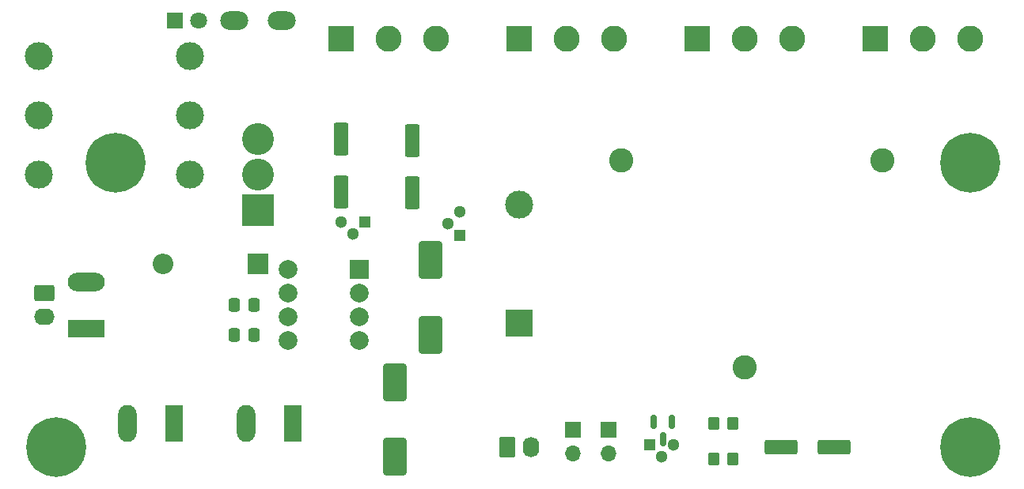
<source format=gbr>
%TF.GenerationSoftware,KiCad,Pcbnew,(6.0.0)*%
%TF.CreationDate,2023-02-02T14:05:37+00:00*%
%TF.ProjectId,GemToasterAmp,47656d54-6f61-4737-9465-72416d702e6b,rev?*%
%TF.SameCoordinates,Original*%
%TF.FileFunction,Soldermask,Bot*%
%TF.FilePolarity,Negative*%
%FSLAX46Y46*%
G04 Gerber Fmt 4.6, Leading zero omitted, Abs format (unit mm)*
G04 Created by KiCad (PCBNEW (6.0.0)) date 2023-02-02 14:05:37*
%MOMM*%
%LPD*%
G01*
G04 APERTURE LIST*
G04 Aperture macros list*
%AMRoundRect*
0 Rectangle with rounded corners*
0 $1 Rounding radius*
0 $2 $3 $4 $5 $6 $7 $8 $9 X,Y pos of 4 corners*
0 Add a 4 corners polygon primitive as box body*
4,1,4,$2,$3,$4,$5,$6,$7,$8,$9,$2,$3,0*
0 Add four circle primitives for the rounded corners*
1,1,$1+$1,$2,$3*
1,1,$1+$1,$4,$5*
1,1,$1+$1,$6,$7*
1,1,$1+$1,$8,$9*
0 Add four rect primitives between the rounded corners*
20,1,$1+$1,$2,$3,$4,$5,0*
20,1,$1+$1,$4,$5,$6,$7,0*
20,1,$1+$1,$6,$7,$8,$9,0*
20,1,$1+$1,$8,$9,$2,$3,0*%
G04 Aperture macros list end*
%ADD10R,1.998980X1.998980*%
%ADD11C,1.998980*%
%ADD12R,2.794000X2.794000*%
%ADD13C,2.794000*%
%ADD14R,1.300000X1.300000*%
%ADD15C,1.300000*%
%ADD16C,0.800000*%
%ADD17C,6.400000*%
%ADD18R,3.413760X3.413760*%
%ADD19C,3.413760*%
%ADD20O,3.000000X2.000000*%
%ADD21R,1.800000X1.800000*%
%ADD22C,1.800000*%
%ADD23RoundRect,0.250000X-0.620000X-0.845000X0.620000X-0.845000X0.620000X0.845000X-0.620000X0.845000X0*%
%ADD24O,1.740000X2.190000*%
%ADD25R,1.700000X1.700000*%
%ADD26O,1.700000X1.700000*%
%ADD27RoundRect,0.250000X-0.845000X0.620000X-0.845000X-0.620000X0.845000X-0.620000X0.845000X0.620000X0*%
%ADD28O,2.190000X1.740000*%
%ADD29R,3.960000X1.980000*%
%ADD30O,3.960000X1.980000*%
%ADD31RoundRect,0.250000X-0.337500X-0.475000X0.337500X-0.475000X0.337500X0.475000X-0.337500X0.475000X0*%
%ADD32RoundRect,0.250000X-0.350000X-0.450000X0.350000X-0.450000X0.350000X0.450000X-0.350000X0.450000X0*%
%ADD33RoundRect,0.250000X0.550000X-1.500000X0.550000X1.500000X-0.550000X1.500000X-0.550000X-1.500000X0*%
%ADD34RoundRect,0.250000X-1.500000X-0.550000X1.500000X-0.550000X1.500000X0.550000X-1.500000X0.550000X0*%
%ADD35R,1.980000X3.960000*%
%ADD36O,1.980000X3.960000*%
%ADD37RoundRect,0.150000X-0.150000X0.587500X-0.150000X-0.587500X0.150000X-0.587500X0.150000X0.587500X0*%
%ADD38RoundRect,0.250000X-1.000000X1.750000X-1.000000X-1.750000X1.000000X-1.750000X1.000000X1.750000X0*%
%ADD39R,2.200000X2.200000*%
%ADD40O,2.200000X2.200000*%
%ADD41C,2.600000*%
%ADD42R,3.000000X3.000000*%
%ADD43C,3.000000*%
%ADD44RoundRect,0.250000X0.337500X0.475000X-0.337500X0.475000X-0.337500X-0.475000X0.337500X-0.475000X0*%
G04 APERTURE END LIST*
D10*
%TO.C,U1*%
X149225000Y-67310000D03*
D11*
X149225000Y-69850000D03*
X149225000Y-72390000D03*
X149225000Y-74930000D03*
X141605000Y-74930000D03*
X141605000Y-72390000D03*
X141605000Y-69850000D03*
X141605000Y-67310000D03*
%TD*%
D12*
%TO.C,PT1*%
X166370000Y-42545000D03*
D13*
X171450000Y-42545000D03*
X176530000Y-42545000D03*
%TD*%
D12*
%TO.C,PT3*%
X185420000Y-42545000D03*
D13*
X190500000Y-42545000D03*
X195580000Y-42545000D03*
%TD*%
D12*
%TO.C,PT4*%
X204470000Y-42545000D03*
D13*
X209550000Y-42545000D03*
X214630000Y-42545000D03*
%TD*%
D12*
%TO.C,PT2*%
X147320000Y-42545000D03*
D13*
X152400000Y-42545000D03*
X157480000Y-42545000D03*
%TD*%
D14*
%TO.C,Q2*%
X160020000Y-63627000D03*
D15*
X158750000Y-62357000D03*
X160020000Y-61087000D03*
%TD*%
D16*
%TO.C,REF\u002A\u002A*%
X212230000Y-55880000D03*
X212932944Y-54182944D03*
X214630000Y-53480000D03*
X212932944Y-57577056D03*
D17*
X214630000Y-55880000D03*
D16*
X217030000Y-55880000D03*
X214630000Y-58280000D03*
X216327056Y-54182944D03*
X216327056Y-57577056D03*
%TD*%
%TO.C,REF\u002A\u002A*%
X216327056Y-88057056D03*
X212932944Y-88057056D03*
X214630000Y-88760000D03*
X212932944Y-84662944D03*
X217030000Y-86360000D03*
X214630000Y-83960000D03*
X216327056Y-84662944D03*
D17*
X214630000Y-86360000D03*
D16*
X212230000Y-86360000D03*
%TD*%
D14*
%TO.C,Q1*%
X149860000Y-62230000D03*
D15*
X148590000Y-63500000D03*
X147320000Y-62230000D03*
%TD*%
D18*
%TO.C,SW1*%
X138430000Y-60960000D03*
D19*
X138430000Y-57150000D03*
X138430000Y-53340000D03*
D20*
X140970000Y-40640000D03*
X135890000Y-40640000D03*
%TD*%
D16*
%TO.C,REF\u002A\u002A*%
X125590000Y-55880000D03*
X123190000Y-53480000D03*
X121492944Y-57577056D03*
X120790000Y-55880000D03*
X124887056Y-54182944D03*
X124887056Y-57577056D03*
D17*
X123190000Y-55880000D03*
D16*
X123190000Y-58280000D03*
X121492944Y-54182944D03*
%TD*%
%TO.C,REF\u002A\u002A*%
X115142944Y-84662944D03*
X119240000Y-86360000D03*
X115142944Y-88057056D03*
X114440000Y-86360000D03*
X118537056Y-84662944D03*
D17*
X116840000Y-86360000D03*
D16*
X118537056Y-88057056D03*
X116840000Y-88760000D03*
X116840000Y-83960000D03*
%TD*%
D21*
%TO.C,D2*%
X129540000Y-40640000D03*
D22*
X132080000Y-40640000D03*
%TD*%
D23*
%TO.C,J5*%
X165100000Y-86360000D03*
D24*
X167640000Y-86360000D03*
%TD*%
D25*
%TO.C,J8*%
X175895000Y-84455000D03*
D26*
X175895000Y-86995000D03*
%TD*%
D25*
%TO.C,J9*%
X172085000Y-84455000D03*
D26*
X172085000Y-86995000D03*
%TD*%
D27*
%TO.C,J3*%
X115570000Y-69850000D03*
D28*
X115570000Y-72390000D03*
%TD*%
D29*
%TO.C,J1*%
X120015000Y-73660000D03*
D30*
X120015000Y-68660000D03*
%TD*%
D31*
%TO.C,C4*%
X135890000Y-71120000D03*
X137965000Y-71120000D03*
%TD*%
D32*
%TO.C,R4*%
X187230000Y-83820000D03*
X189230000Y-83820000D03*
%TD*%
D33*
%TO.C,EC2*%
X147320000Y-58940000D03*
X147320000Y-53340000D03*
%TD*%
D34*
%TO.C,EC1*%
X194425000Y-86360000D03*
X200025000Y-86360000D03*
%TD*%
D35*
%TO.C,J6*%
X129460000Y-83820000D03*
D36*
X124460000Y-83820000D03*
%TD*%
D14*
%TO.C,Q3*%
X180340000Y-86082000D03*
D37*
X180787000Y-83620500D03*
D15*
X181610000Y-87352000D03*
D37*
X182687000Y-83620500D03*
X181737000Y-85495500D03*
D15*
X182880000Y-86082000D03*
%TD*%
D32*
%TO.C,R5*%
X187230000Y-87630000D03*
X189230000Y-87630000D03*
%TD*%
D38*
%TO.C,EC5*%
X156845000Y-66295000D03*
X156845000Y-74295000D03*
%TD*%
D35*
%TO.C,J2*%
X142160000Y-83820000D03*
D36*
X137160000Y-83820000D03*
%TD*%
D38*
%TO.C,EC3*%
X153035000Y-79375000D03*
X153035000Y-87375000D03*
%TD*%
D33*
%TO.C,EC4*%
X154940000Y-59055000D03*
X154940000Y-53455000D03*
%TD*%
D39*
%TO.C,D1*%
X138430000Y-66675000D03*
D40*
X128270000Y-66675000D03*
%TD*%
D41*
%TO.C,BT1*%
X190520000Y-77775000D03*
X205270000Y-55575000D03*
X177270000Y-55575000D03*
D42*
X166370000Y-73025000D03*
D43*
X166370000Y-60325000D03*
%TD*%
%TO.C,J7*%
X131165000Y-50800000D03*
X114935000Y-50800000D03*
X131165000Y-44450000D03*
X114935000Y-44450000D03*
X131165000Y-57150000D03*
X114935000Y-57150000D03*
%TD*%
D44*
%TO.C,C7*%
X137965000Y-74295000D03*
X135890000Y-74295000D03*
%TD*%
M02*

</source>
